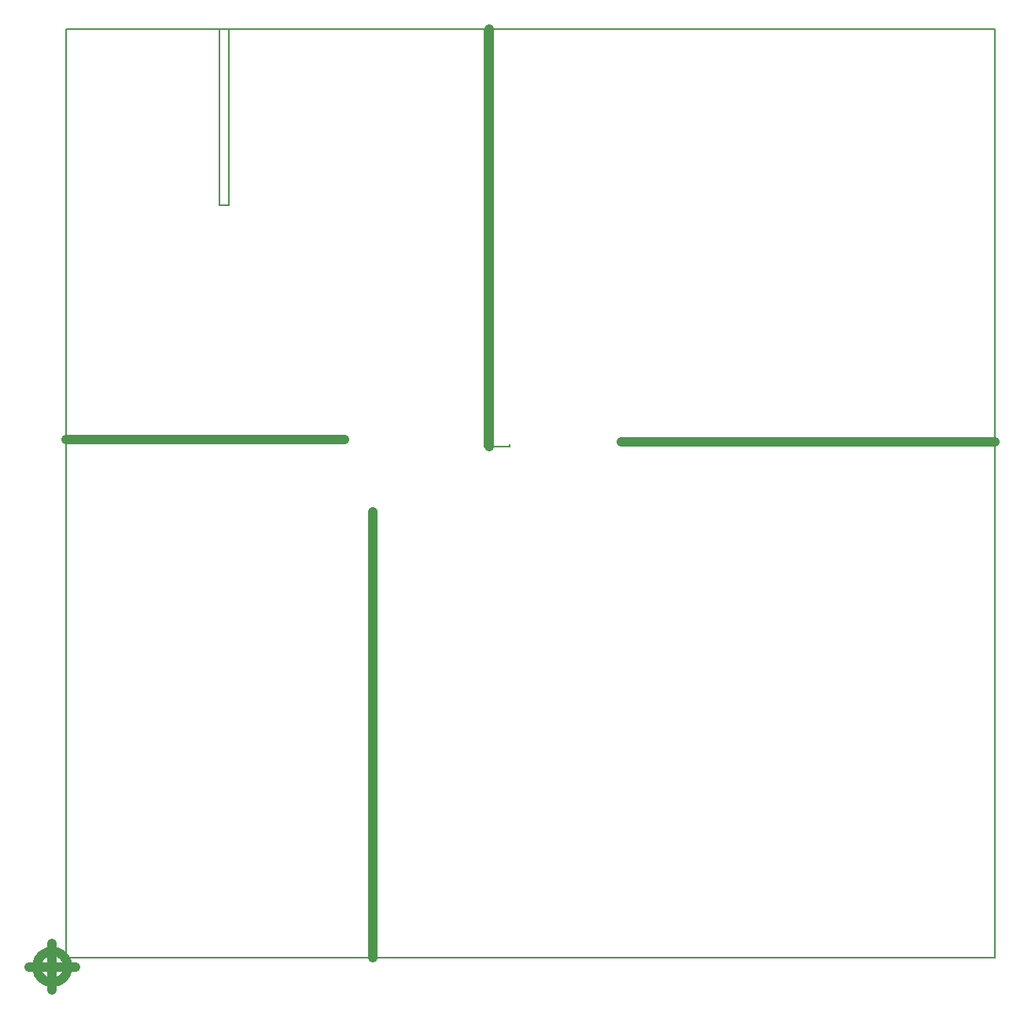
<source format=gm1>
G04 #@! TF.FileFunction,Profile,NP*
%FSLAX46Y46*%
G04 Gerber Fmt 4.6, Leading zero omitted, Abs format (unit mm)*
G04 Created by KiCad (PCBNEW 4.0.7) date 03/03/18 20:57:52*
%MOMM*%
%LPD*%
G01*
G04 APERTURE LIST*
%ADD10C,0.100000*%
%ADD11C,1.000000*%
%ADD12C,0.150000*%
G04 APERTURE END LIST*
D10*
D11*
X100166666Y-201000000D02*
G75*
G03X100166666Y-201000000I-1666666J0D01*
G01*
X96000000Y-201000000D02*
X101000000Y-201000000D01*
X98500000Y-198500000D02*
X98500000Y-203500000D01*
X200000000Y-144500000D02*
X159750000Y-144500000D01*
X145500000Y-145000000D02*
X145500000Y-100000000D01*
D12*
X147750000Y-145000000D02*
X145000000Y-145000000D01*
X147750000Y-144750000D02*
X147750000Y-145000000D01*
X100000000Y-144500000D02*
X100000000Y-144250000D01*
X100000000Y-144250000D02*
X100000000Y-144500000D01*
D11*
X130000000Y-144250000D02*
X100000000Y-144250000D01*
D12*
X117500000Y-119000000D02*
X117500000Y-100000000D01*
X116500000Y-119000000D02*
X117500000Y-119000000D01*
X116500000Y-100000000D02*
X116500000Y-119000000D01*
X146000000Y-200000000D02*
X145000000Y-200000000D01*
D11*
X133000000Y-152000000D02*
X133000000Y-200000000D01*
D12*
X146000000Y-100000000D02*
X145000000Y-100000000D01*
X145000000Y-145000000D02*
X146000000Y-145000000D01*
X145000000Y-100000000D02*
X145000000Y-145000000D01*
X100000000Y-200000000D02*
X100000000Y-100000000D01*
X200000000Y-200000000D02*
X100000000Y-200000000D01*
X200000000Y-100000000D02*
X200000000Y-200000000D01*
X100000000Y-100000000D02*
X200000000Y-100000000D01*
M02*

</source>
